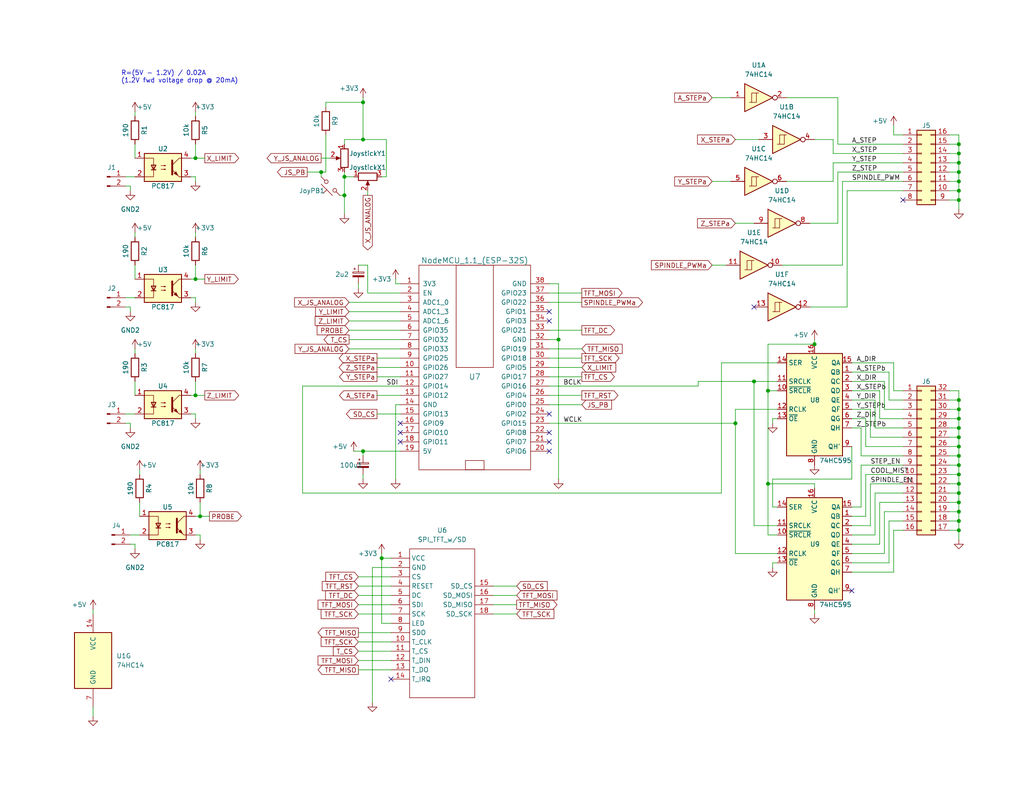
<source format=kicad_sch>
(kicad_sch (version 20211123) (generator eeschema)
  (paper "USLetter")
  (title_block (title "CNC Controller") (date "2023-02-16") (rev "0.1"))
  (lib_symbols
    (symbol "74xx:74HC14" (pin_names (offset 1.016))
      (property "Reference" "U" (at 0 1.27 0))
      (property "Value" "74HC14" (at 0 -1.27 0))
      (symbol "74HC14_1_0"
        (pin input line (at -7.62 0 0) (length 3.81) (name "~") (number "1"))
        (pin output inverted (at 7.62 0 180) (length 3.81) (name "~") (number "2"))
      )
      (symbol "74HC14_2_0"
        (pin input line (at -7.62 0 0) (length 3.81) (name "~") (number "3"))
        (pin output inverted (at 7.62 0 180) (length 3.81) (name "~") (number "4"))
      )
      (symbol "74HC14_3_0"
        (pin input line (at -7.62 0 0) (length 3.81) (name "~") (number "5"))
        (pin output inverted (at 7.62 0 180) (length 3.81) (name "~") (number "6"))
      )
      (symbol "74HC14_4_0"
        (pin output inverted (at 7.62 0 180) (length 3.81) (name "~") (number "8"))
        (pin input line (at -7.62 0 0) (length 3.81) (name "~") (number "9"))
      )
      (symbol "74HC14_5_0"
        (pin output inverted (at 7.62 0 180) (length 3.81) (name "~") (number "10"))
        (pin input line (at -7.62 0 0) (length 3.81) (name "~") (number "11"))
      )
      (symbol "74HC14_6_0"
        (pin output inverted (at 7.62 0 180) (length 3.81) (name "~") (number "12"))
        (pin input line (at -7.62 0 0) (length 3.81) (name "~") (number "13"))
      )
      (symbol "74HC14_7_0"
        (pin power_in line (at 0 12.7 270) (length 5.08) (name "VCC") (number "14"))
        (pin power_in line (at 0 -12.7 90) (length 5.08) (name "GND") (number "7"))
      )
    )
    (symbol "74xx:74HC595"
      (property "Reference" "U" (at -7.62 13.97 0))
      (property "Value" "74HC595" (at -7.62 -16.51 0))
      (symbol "74HC595_1_0"
        (pin tri_state line (at 10.16 7.62 180) (length 2.54) (name "QB") (number "1"))
        (pin input line (at -10.16 2.54 0) (length 2.54) (name "~{SRCLR}") (number "10"))
        (pin input line (at -10.16 5.08 0) (length 2.54) (name "SRCLK") (number "11"))
        (pin input line (at -10.16 -2.54 0) (length 2.54) (name "RCLK") (number "12"))
        (pin input line (at -10.16 -5.08 0) (length 2.54) (name "~{OE}") (number "13"))
        (pin input line (at -10.16 10.16 0) (length 2.54) (name "SER") (number "14"))
        (pin tri_state line (at 10.16 10.16 180) (length 2.54) (name "QA") (number "15"))
        (pin power_in line (at 0 15.24 270) (length 2.54) (name "VCC") (number "16"))
        (pin tri_state line (at 10.16 5.08 180) (length 2.54) (name "QC") (number "2"))
        (pin tri_state line (at 10.16 2.54 180) (length 2.54) (name "QD") (number "3"))
        (pin tri_state line (at 10.16 0 180) (length 2.54) (name "QE") (number "4"))
        (pin tri_state line (at 10.16 -2.54 180) (length 2.54) (name "QF") (number "5"))
        (pin tri_state line (at 10.16 -5.08 180) (length 2.54) (name "QG") (number "6"))
        (pin tri_state line (at 10.16 -7.62 180) (length 2.54) (name "QH") (number "7"))
        (pin power_in line (at 0 -17.78 90) (length 2.54) (name "GND") (number "8"))
        (pin output line (at 10.16 -12.7 180) (length 2.54) (name "QH'") (number "9"))
      )
    )
    (symbol "Connector:Conn_01x02_Male" (pin_names (offset 1.016) hide)
      (property "Reference" "J" (at 0 2.54 0))
      (property "Value" "Conn_01x02_Male" (at 0 -5.08 0))
      (symbol "Conn_01x02_Male_1_1"
        (pin passive line (at 5.08 0 180) (length 3.81) (name "Pin_1") (number "1"))
        (pin passive line (at 5.08 -2.54 180) (length 3.81) (name "Pin_2") (number "2"))
      )
    )
    (symbol "Connector_Generic:Conn_02x08_Counter_Clockwise" (pin_names (offset 1.016) hide)
      (property "Reference" "J" (at 1.27 10.16 0))
      (property "Value" "Conn_02x08_Counter_Clockwise" (at 1.27 -12.7 0))
      (symbol "Conn_02x08_Counter_Clockwise_1_1"
        (pin passive line (at -5.08 7.62 0) (length 3.81) (name "Pin_1") (number "1"))
        (pin passive line (at 7.62 -7.62 180) (length 3.81) (name "Pin_10") (number "10"))
        (pin passive line (at 7.62 -5.08 180) (length 3.81) (name "Pin_11") (number "11"))
        (pin passive line (at 7.62 -2.54 180) (length 3.81) (name "Pin_12") (number "12"))
        (pin passive line (at 7.62 0 180) (length 3.81) (name "Pin_13") (number "13"))
        (pin passive line (at 7.62 2.54 180) (length 3.81) (name "Pin_14") (number "14"))
        (pin passive line (at 7.62 5.08 180) (length 3.81) (name "Pin_15") (number "15"))
        (pin passive line (at 7.62 7.62 180) (length 3.81) (name "Pin_16") (number "16"))
        (pin passive line (at -5.08 5.08 0) (length 3.81) (name "Pin_2") (number "2"))
        (pin passive line (at -5.08 2.54 0) (length 3.81) (name "Pin_3") (number "3"))
        (pin passive line (at -5.08 0 0) (length 3.81) (name "Pin_4") (number "4"))
        (pin passive line (at -5.08 -2.54 0) (length 3.81) (name "Pin_5") (number "5"))
        (pin passive line (at -5.08 -5.08 0) (length 3.81) (name "Pin_6") (number "6"))
        (pin passive line (at -5.08 -7.62 0) (length 3.81) (name "Pin_7") (number "7"))
        (pin passive line (at -5.08 -10.16 0) (length 3.81) (name "Pin_8") (number "8"))
        (pin passive line (at 7.62 -10.16 180) (length 3.81) (name "Pin_9") (number "9"))
      )
    )
    (symbol "Connector_Generic:Conn_02x16_Counter_Clockwise" (pin_names (offset 1.016) hide)
      (property "Reference" "J" (at 1.27 20.32 0))
      (property "Value" "Conn_02x16_Counter_Clockwise" (at 1.27 -22.86 0))
      (symbol "Conn_02x16_Counter_Clockwise_1_1"
        (pin passive line (at -5.08 17.78 0) (length 3.81) (name "Pin_1") (number "1"))
        (pin passive line (at -5.08 -5.08 0) (length 3.81) (name "Pin_10") (number "10"))
        (pin passive line (at -5.08 -7.62 0) (length 3.81) (name "Pin_11") (number "11"))
        (pin passive line (at -5.08 -10.16 0) (length 3.81) (name "Pin_12") (number "12"))
        (pin passive line (at -5.08 -12.7 0) (length 3.81) (name "Pin_13") (number "13"))
        (pin passive line (at -5.08 -15.24 0) (length 3.81) (name "Pin_14") (number "14"))
        (pin passive line (at -5.08 -17.78 0) (length 3.81) (name "Pin_15") (number "15"))
        (pin passive line (at -5.08 -20.32 0) (length 3.81) (name "Pin_16") (number "16"))
        (pin passive line (at 7.62 -20.32 180) (length 3.81) (name "Pin_17") (number "17"))
        (pin passive line (at 7.62 -17.78 180) (length 3.81) (name "Pin_18") (number "18"))
        (pin passive line (at 7.62 -15.24 180) (length 3.81) (name "Pin_19") (number "19"))
        (pin passive line (at -5.08 15.24 0) (length 3.81) (name "Pin_2") (number "2"))
        (pin passive line (at 7.62 -12.7 180) (length 3.81) (name "Pin_20") (number "20"))
        (pin passive line (at 7.62 -10.16 180) (length 3.81) (name "Pin_21") (number "21"))
        (pin passive line (at 7.62 -7.62 180) (length 3.81) (name "Pin_22") (number "22"))
        (pin passive line (at 7.62 -5.08 180) (length 3.81) (name "Pin_23") (number "23"))
        (pin passive line (at 7.62 -2.54 180) (length 3.81) (name "Pin_24") (number "24"))
        (pin passive line (at 7.62 0 180) (length 3.81) (name "Pin_25") (number "25"))
        (pin passive line (at 7.62 2.54 180) (length 3.81) (name "Pin_26") (number "26"))
        (pin passive line (at 7.62 5.08 180) (length 3.81) (name "Pin_27") (number "27"))
        (pin passive line (at 7.62 7.62 180) (length 3.81) (name "Pin_28") (number "28"))
        (pin passive line (at 7.62 10.16 180) (length 3.81) (name "Pin_29") (number "29"))
        (pin passive line (at -5.08 12.7 0) (length 3.81) (name "Pin_3") (number "3"))
        (pin passive line (at 7.62 12.7 180) (length 3.81) (name "Pin_30") (number "30"))
        (pin passive line (at 7.62 15.24 180) (length 3.81) (name "Pin_31") (number "31"))
        (pin passive line (at 7.62 17.78 180) (length 3.81) (name "Pin_32") (number "32"))
        (pin passive line (at -5.08 10.16 0) (length 3.81) (name "Pin_4") (number "4"))
        (pin passive line (at -5.08 7.62 0) (length 3.81) (name "Pin_5") (number "5"))
        (pin passive line (at -5.08 5.08 0) (length 3.81) (name "Pin_6") (number "6"))
        (pin passive line (at -5.08 2.54 0) (length 3.81) (name "Pin_7") (number "7"))
        (pin passive line (at -5.08 0 0) (length 3.81) (name "Pin_8") (number "8"))
        (pin passive line (at -5.08 -2.54 0) (length 3.81) (name "Pin_9") (number "9"))
      )
    )
    (symbol "Device:C_Polarized_Small" (pin_numbers hide) (pin_names (offset 0.254) hide)
      (property "Reference" "C" (at 0.254 1.778 0))
      (property "Value" "C_Polarized_Small" (at 0.254 -2.032 0))
      (symbol "C_Polarized_Small_1_1"
        (pin passive line (at 0 2.54 270) (length 1.8542) (name "~") (number "1"))
        (pin passive line (at 0 -2.54 90) (length 1.8542) (name "~") (number "2"))
      )
    )
    (symbol "Device:R" (pin_numbers hide) (pin_names (offset 0))
      (property "Reference" "R" (at 2.032 0 90))
      (property "Value" "R" (at 0 0 90))
      (symbol "R_1_1"
        (pin passive line (at 0 3.81 270) (length 1.27) (name "~") (number "1"))
        (pin passive line (at 0 -3.81 90) (length 1.27) (name "~") (number "2"))
      )
    )
    (symbol "Device:R_Potentiometer" (pin_names (offset 1.016) hide)
      (property "Reference" "RV" (at -4.445 0 90))
      (property "Value" "R_Potentiometer" (at -2.54 0 90))
      (symbol "R_Potentiometer_1_1"
        (pin passive line (at 0 3.81 270) (length 1.27) (name "1") (number "1"))
        (pin passive line (at 3.81 0 180) (length 1.27) (name "2") (number "2"))
        (pin passive line (at 0 -3.81 90) (length 1.27) (name "3") (number "3"))
      )
    )
    (symbol "Isolator:PC817" (pin_names (offset 1.016))
      (property "Reference" "U" (at -5.08 5.08 0))
      (property "Value" "PC817" (at 0 5.08 0))
      (symbol "PC817_1_1"
        (pin passive line (at -7.62 2.54 0) (length 2.54) (name "~") (number "1"))
        (pin passive line (at -7.62 -2.54 0) (length 2.54) (name "~") (number "2"))
        (pin passive line (at 7.62 -2.54 180) (length 2.54) (name "~") (number "3"))
        (pin passive line (at 7.62 2.54 180) (length 2.54) (name "~") (number "4"))
      )
    )
    (symbol "Pauls_Library:NodeMCU_1.1_(ESP-32S)" (pin_names (offset 1.016))
      (property "Reference" "U" (at 0 21.59 0))
      (property "Value" "NodeMCU_1.1_(ESP-32S)" (at 0 -30.48 0))
      (symbol "NodeMCU_1.1_(ESP-32S)_0_0"
        (pin bidirectional line (at 20.32 0 180) (length 5.08) (name "GPIO19") (number "31"))
        (pin power_in line (at 20.32 2.54 180) (length 5.08) (name "GND") (number "32"))
        (pin bidirectional line (at 20.32 5.08 180) (length 5.08) (name "GPIO21") (number "33"))
        (pin bidirectional line (at 20.32 7.62 180) (length 5.08) (name "GPIO3") (number "34"))
        (pin bidirectional line (at 20.32 10.16 180) (length 5.08) (name "GPIO1") (number "35"))
        (pin bidirectional line (at 20.32 12.7 180) (length 5.08) (name "GPIO22") (number "36"))
        (pin bidirectional line (at 20.32 15.24 180) (length 5.08) (name "GPIO23") (number "37"))
        (pin power_in line (at 20.32 17.78 180) (length 5.08) (name "GND") (number "38"))
      )
      (symbol "NodeMCU_1.1_(ESP-32S)_1_1"
        (pin power_out line (at -20.32 17.78 0) (length 5.08) (name "3V3") (number "1"))
        (pin bidirectional line (at -20.32 -5.08 0) (length 5.08) (name "GPIO26") (number "10"))
        (pin bidirectional line (at -20.32 -7.62 0) (length 5.08) (name "GPIO27") (number "11"))
        (pin bidirectional line (at -20.32 -10.16 0) (length 5.08) (name "GPIO14") (number "12"))
        (pin bidirectional line (at -20.32 -12.7 0) (length 5.08) (name "GPIO12") (number "13"))
        (pin power_in line (at -20.32 -15.24 0) (length 5.08) (name "GND") (number "14"))
        (pin bidirectional line (at -20.32 -17.78 0) (length 5.08) (name "GPIO13") (number "15"))
        (pin bidirectional line (at -20.32 -20.32 0) (length 5.08) (name "GPIO9") (number "16"))
        (pin bidirectional line (at -20.32 -22.86 0) (length 5.08) (name "GPIO10") (number "17"))
        (pin bidirectional line (at -20.32 -25.4 0) (length 5.08) (name "GPIO11") (number "18"))
        (pin power_in line (at -20.32 -27.94 0) (length 5.08) (name "5V") (number "19"))
        (pin input line (at -20.32 15.24 0) (length 5.08) (name "EN") (number "2"))
        (pin bidirectional line (at 20.32 -27.94 180) (length 5.08) (name "GPIO6") (number "20"))
        (pin bidirectional line (at 20.32 -25.4 180) (length 5.08) (name "GPIO7") (number "21"))
        (pin bidirectional line (at 20.32 -22.86 180) (length 5.08) (name "GPIO8") (number "22"))
        (pin bidirectional line (at 20.32 -20.32 180) (length 5.08) (name "GPIO15") (number "23"))
        (pin bidirectional line (at 20.32 -17.78 180) (length 5.08) (name "GPIO2") (number "24"))
        (pin bidirectional line (at 20.32 -15.24 180) (length 5.08) (name "GPIO0") (number "25"))
        (pin bidirectional line (at 20.32 -12.7 180) (length 5.08) (name "GPIO4") (number "26"))
        (pin bidirectional line (at 20.32 -10.16 180) (length 5.08) (name "GPIO16") (number "27"))
        (pin bidirectional line (at 20.32 -7.62 180) (length 5.08) (name "GPIO17") (number "28"))
        (pin bidirectional line (at 20.32 -5.08 180) (length 5.08) (name "GPIO5") (number "29"))
        (pin input line (at -20.32 12.7 0) (length 5.08) (name "ADC1_0") (number "3"))
        (pin bidirectional line (at 20.32 -2.54 180) (length 5.08) (name "GPIO18") (number "30"))
        (pin input line (at -20.32 10.16 0) (length 5.08) (name "ADC1_3") (number "4"))
        (pin input line (at -20.32 7.62 0) (length 5.08) (name "ADC1_6") (number "5"))
        (pin bidirectional line (at -20.32 5.08 0) (length 5.08) (name "GPIO35") (number "6"))
        (pin bidirectional line (at -20.32 2.54 0) (length 5.08) (name "GPIO32") (number "7"))
        (pin bidirectional line (at -20.32 0 0) (length 5.08) (name "GPIO33") (number "8"))
        (pin bidirectional line (at -20.32 -2.54 0) (length 5.08) (name "GPIO25") (number "9"))
      )
    )
    (symbol "Pauls_Library:SPI_TFT_w{slash}SD"
      (property "Reference" "U" (at 0 0 0))
      (property "Value" "SPI_TFT_w{slash}SD" (at 15.24 -35.56 0))
      (symbol "SPI_TFT_w{slash}SD_0_0"
        (pin power_in line (at 0 0 0) (length 5.08) (name "VCC") (number "1"))
        (pin input line (at 0 -22.86 0) (length 5.08) (name "T_CLK") (number "10"))
        (pin input line (at 0 -25.4 0) (length 5.08) (name "T_CS") (number "11"))
        (pin input line (at 0 -27.94 0) (length 5.08) (name "T_DIN") (number "12"))
        (pin output line (at 0 -30.48 0) (length 5.08) (name "T_DO") (number "13"))
        (pin output line (at 0 -33.02 0) (length 5.08) (name "T_IRQ") (number "14"))
        (pin input line (at 27.94 -7.62 180) (length 5.08) (name "SD_CS") (number "15"))
        (pin input line (at 27.94 -10.16 180) (length 5.08) (name "SD_MOSI") (number "16"))
        (pin output line (at 27.94 -12.7 180) (length 5.08) (name "SD_MISO") (number "17"))
        (pin input line (at 27.94 -15.24 180) (length 5.08) (name "SD_SCK") (number "18"))
        (pin power_in line (at 0 -2.54 0) (length 5.08) (name "GND") (number "2"))
        (pin input line (at 0 -5.08 0) (length 5.08) (name "CS") (number "3"))
        (pin input line (at 0 -7.62 0) (length 5.08) (name "RESET") (number "4"))
        (pin input line (at 0 -10.16 0) (length 5.08) (name "DC") (number "5"))
        (pin input line (at 0 -12.7 0) (length 5.08) (name "SDI") (number "6"))
        (pin input line (at 0 -15.24 0) (length 5.08) (name "SCK") (number "7"))
        (pin input line (at 0 -17.78 0) (length 5.08) (name "LED") (number "8"))
        (pin output line (at 0 -20.32 0) (length 5.08) (name "SDO") (number "9"))
      )
    )
    (symbol "Switch:SW_Push_45deg" (pin_numbers hide) (pin_names (offset 1.016) hide)
      (property "Reference" "SW" (at 3.048 1.016 0))
      (property "Value" "SW_Push_45deg" (at 0 -3.81 0))
      (symbol "SW_Push_45deg_0_1"
        (pin passive line (at -2.54 2.54 0) (length 0) (name "1") (number "1"))
        (pin passive line (at 2.54 -2.54 180) (length 0) (name "2") (number "2"))
      )
    )
    (symbol "power:+3V3" (power) (pin_names (offset 0))
      (property "Value" "+3V3" (at 0 3.556 0))
      (symbol "+3V3_1_1"
        (pin power_in line (at 0 0 90) (length 0) hide (name "+3V3") (number "1"))
      )
    )
    (symbol "power:+5V" (power) (pin_names (offset 0))
      (property "Value" "+5V" (at 0 3.556 0))
      (symbol "+5V_1_1"
        (pin power_in line (at 0 0 90) (length 0) hide (name "+5V") (number "1"))
      )
    )
    (symbol "power:GND" (power) (pin_names (offset 0))
      (property "Value" "GND" (at 0 -3.81 0))
      (symbol "GND_1_1"
        (pin power_in line (at 0 0 270) (length 0) hide (name "GND") (number "1"))
      )
    )
    (symbol "power:GND2" (power) (pin_names (offset 0))
      (property "Value" "GND2" (at 0 -3.81 0))
      (symbol "GND2_1_1"
        (pin power_in line (at 0 0 270) (length 0) hide (name "GND2") (number "1"))
      )
    )
  )
  (junction (at 87.63 46.99))
  (junction (at 152.4 92.71))
  (junction (at 209.55 106.68))
  (junction (at 200.66 115.57))
  (junction (at 261.62 144.78))
  (junction (at 93.98 53.34))
  (junction (at 261.62 132.08))
  (junction (at 261.62 116.84))
  (junction (at 53.34 76.2))
  (junction (at 261.62 44.45))
  (junction (at 261.62 49.53))
  (junction (at 53.34 43.18))
  (junction (at 99.06 38.1))
  (junction (at 261.62 139.7))
  (junction (at 222.25 93.98))
  (junction (at 261.62 142.24))
  (junction (at 261.62 129.54))
  (junction (at 261.62 137.16))
  (junction (at 261.62 54.61))
  (junction (at 53.34 107.95))
  (junction (at 261.62 52.07))
  (junction (at 261.62 39.37))
  (junction (at 261.62 121.92))
  (junction (at 261.62 46.99))
  (junction (at 54.61 140.97))
  (junction (at 99.06 123.19))
  (junction (at 99.06 27.94))
  (junction (at 261.62 124.46))
  (junction (at 104.14 152.4))
  (junction (at 261.62 127))
  (junction (at 261.62 134.62))
  (junction (at 261.62 109.22))
  (junction (at 261.62 41.91))
  (junction (at 261.62 111.76))
  (junction (at 205.74 104.14))
  (junction (at 261.62 119.38))
  (junction (at 261.62 114.3))
  (junction (at 209.55 132.08))
  (junction (at 93.98 48.26))
  (no_connect (at 149.86 118.11))
  (no_connect (at 109.22 115.57))
  (no_connect (at 149.86 123.19))
  (no_connect (at 149.86 87.63))
  (no_connect (at 106.68 185.42))
  (no_connect (at 205.74 83.82))
  (no_connect (at 149.86 85.09))
  (no_connect (at 149.86 120.65))
  (no_connect (at 109.22 118.11))
  (no_connect (at 109.22 120.65))
  (no_connect (at 246.38 54.61))
  (no_connect (at 232.41 161.29))
  (no_connect (at 149.86 113.03))
  (wire (pts (xy 149.86 77.47) (xy 152.4 77.47)))
  (wire (pts (xy 238.76 134.62) (xy 246.38 134.62)))
  (wire (pts (xy 53.34 30.48) (xy 53.34 31.75)))
  (wire (pts (xy 241.3 139.7) (xy 246.38 139.7)))
  (wire (pts (xy 104.14 151.13) (xy 104.14 152.4)))
  (wire (pts (xy 243.84 156.21) (xy 243.84 144.78)))
  (wire (pts (xy 196.85 99.06) (xy 212.09 99.06)))
  (wire (pts (xy 232.41 99.06) (xy 243.84 99.06)))
  (wire (pts (xy 205.74 143.51) (xy 205.74 104.14)))
  (wire (pts (xy 92.71 53.34) (xy 93.98 53.34)))
  (wire (pts (xy 228.6 46.99) (xy 246.38 46.99)))
  (wire (pts (xy 240.03 137.16) (xy 246.38 137.16)))
  (wire (pts (xy 228.6 26.67) (xy 228.6 39.37)))
  (wire (pts (xy 261.62 121.92) (xy 261.62 124.46)))
  (wire (pts (xy 104.14 152.4) (xy 106.68 152.4)))
  (wire (pts (xy 88.9 36.83) (xy 88.9 46.99)))
  (wire (pts (xy 36.83 72.39) (xy 36.83 76.2)))
  (wire (pts (xy 53.34 43.18) (xy 55.88 43.18)))
  (wire (pts (xy 53.34 76.2) (xy 55.88 76.2)))
  (wire (pts (xy 236.22 140.97) (xy 236.22 129.54)))
  (wire (pts (xy 97.79 77.47) (xy 97.79 78.74)))
  (wire (pts (xy 259.08 109.22) (xy 261.62 109.22)))
  (wire (pts (xy 104.14 152.4) (xy 104.14 170.18)))
  (wire (pts (xy 53.34 48.26) (xy 53.34 49.53)))
  (wire (pts (xy 53.34 63.5) (xy 53.34 64.77)))
  (wire (pts (xy 190.5 105.41) (xy 190.5 104.14)))
  (wire (pts (xy 261.62 119.38) (xy 261.62 121.92)))
  (wire (pts (xy 241.3 111.76) (xy 246.38 111.76)))
  (wire (pts (xy 212.09 151.13) (xy 200.66 151.13)))
  (wire (pts (xy 240.03 148.59) (xy 240.03 137.16)))
  (wire (pts (xy 34.29 50.8) (xy 35.56 50.8)))
  (wire (pts (xy 243.84 106.68) (xy 246.38 106.68)))
  (wire (pts (xy 229.87 49.53) (xy 246.38 49.53)))
  (wire (pts (xy 104.14 48.26) (xy 105.41 48.26)))
  (wire (pts (xy 54.61 140.97) (xy 57.15 140.97)))
  (wire (pts (xy 93.98 48.26) (xy 93.98 53.34)))
  (wire (pts (xy 234.95 127) (xy 246.38 127)))
  (wire (pts (xy 97.79 177.8) (xy 106.68 177.8)))
  (wire (pts (xy 261.62 54.61) (xy 261.62 57.15)))
  (wire (pts (xy 53.34 107.95) (xy 55.88 107.95)))
  (wire (pts (xy 259.08 49.53) (xy 261.62 49.53)))
  (wire (pts (xy 220.98 60.96) (xy 228.6 60.96)))
  (wire (pts (xy 232.41 121.92) (xy 232.41 130.81)))
  (wire (pts (xy 228.6 60.96) (xy 228.6 46.99)))
  (wire (pts (xy 190.5 104.14) (xy 205.74 104.14)))
  (wire (pts (xy 53.34 146.05) (xy 54.61 146.05)))
  (wire (pts (xy 38.1 128.27) (xy 38.1 129.54)))
  (wire (pts (xy 261.62 41.91) (xy 261.62 44.45)))
  (wire (pts (xy 241.3 151.13) (xy 241.3 139.7)))
  (wire (pts (xy 259.08 114.3) (xy 261.62 114.3)))
  (wire (pts (xy 232.41 111.76) (xy 237.49 111.76)))
  (wire (pts (xy 100.33 80.01) (xy 109.22 80.01)))
  (wire (pts (xy 93.98 39.37) (xy 93.98 38.1)))
  (wire (pts (xy 99.06 123.19) (xy 99.06 124.46)))
  (wire (pts (xy 227.33 41.91) (xy 246.38 41.91)))
  (wire (pts (xy 259.08 144.78) (xy 261.62 144.78)))
  (wire (pts (xy 243.84 36.83) (xy 246.38 36.83)))
  (wire (pts (xy 53.34 76.2) (xy 53.34 72.39)))
  (wire (pts (xy 25.4 193.04) (xy 25.4 195.58)))
  (wire (pts (xy 232.41 146.05) (xy 238.76 146.05)))
  (wire (pts (xy 34.29 113.03) (xy 36.83 113.03)))
  (wire (pts (xy 231.14 83.82) (xy 231.14 52.07)))
  (wire (pts (xy 237.49 111.76) (xy 237.49 119.38)))
  (wire (pts (xy 209.55 132.08) (xy 209.55 106.68)))
  (wire (pts (xy 237.49 119.38) (xy 246.38 119.38)))
  (wire (pts (xy 95.25 82.55) (xy 109.22 82.55)))
  (wire (pts (xy 212.09 114.3) (xy 210.82 114.3)))
  (wire (pts (xy 236.22 129.54) (xy 246.38 129.54)))
  (wire (pts (xy 200.66 151.13) (xy 200.66 115.57)))
  (wire (pts (xy 200.66 111.76) (xy 212.09 111.76)))
  (wire (pts (xy 95.25 87.63) (xy 109.22 87.63)))
  (wire (pts (xy 259.08 36.83) (xy 261.62 36.83)))
  (wire (pts (xy 99.06 26.67) (xy 99.06 27.94)))
  (wire (pts (xy 200.66 60.96) (xy 205.74 60.96)))
  (wire (pts (xy 209.55 93.98) (xy 222.25 93.98)))
  (wire (pts (xy 36.83 30.48) (xy 36.83 31.75)))
  (wire (pts (xy 232.41 148.59) (xy 240.03 148.59)))
  (wire (pts (xy 259.08 44.45) (xy 261.62 44.45)))
  (wire (pts (xy 95.25 95.25) (xy 109.22 95.25)))
  (wire (pts (xy 54.61 128.27) (xy 54.61 129.54)))
  (wire (pts (xy 259.08 129.54) (xy 261.62 129.54)))
  (wire (pts (xy 232.41 140.97) (xy 236.22 140.97)))
  (wire (pts (xy 87.63 46.99) (xy 88.9 46.99)))
  (wire (pts (xy 200.66 38.1) (xy 207.01 38.1)))
  (wire (pts (xy 35.56 148.59) (xy 36.83 148.59)))
  (wire (pts (xy 134.62 167.64) (xy 140.97 167.64)))
  (wire (pts (xy 232.41 106.68) (xy 240.03 106.68)))
  (wire (pts (xy 149.86 95.25) (xy 158.75 95.25)))
  (wire (pts (xy 227.33 38.1) (xy 227.33 41.91)))
  (wire (pts (xy 232.41 116.84) (xy 234.95 116.84)))
  (wire (pts (xy 149.86 105.41) (xy 190.5 105.41)))
  (wire (pts (xy 88.9 27.94) (xy 99.06 27.94)))
  (wire (pts (xy 261.62 144.78) (xy 261.62 147.32)))
  (wire (pts (xy 232.41 153.67) (xy 242.57 153.67)))
  (wire (pts (xy 35.56 83.82) (xy 35.56 85.09)))
  (wire (pts (xy 238.76 116.84) (xy 246.38 116.84)))
  (wire (pts (xy 261.62 36.83) (xy 261.62 39.37)))
  (wire (pts (xy 109.22 110.49) (xy 107.95 110.49)))
  (wire (pts (xy 194.31 26.67) (xy 199.39 26.67)))
  (wire (pts (xy 93.98 38.1) (xy 99.06 38.1)))
  (wire (pts (xy 149.86 90.17) (xy 158.75 90.17)))
  (wire (pts (xy 101.6 154.94) (xy 101.6 191.77)))
  (wire (pts (xy 236.22 114.3) (xy 236.22 121.92)))
  (wire (pts (xy 261.62 114.3) (xy 261.62 116.84)))
  (wire (pts (xy 149.86 102.87) (xy 158.75 102.87)))
  (wire (pts (xy 53.34 81.28) (xy 53.34 82.55)))
  (wire (pts (xy 100.33 72.39) (xy 100.33 80.01)))
  (wire (pts (xy 240.03 114.3) (xy 246.38 114.3)))
  (wire (pts (xy 232.41 151.13) (xy 241.3 151.13)))
  (wire (pts (xy 232.41 143.51) (xy 237.49 143.51)))
  (wire (pts (xy 102.87 97.79) (xy 109.22 97.79)))
  (wire (pts (xy 222.25 166.37) (xy 222.25 167.64)))
  (wire (pts (xy 261.62 127) (xy 261.62 129.54)))
  (wire (pts (xy 259.08 121.92) (xy 261.62 121.92)))
  (wire (pts (xy 212.09 143.51) (xy 205.74 143.51)))
  (wire (pts (xy 53.34 43.18) (xy 53.34 39.37)))
  (wire (pts (xy 212.09 153.67) (xy 210.82 153.67)))
  (wire (pts (xy 36.83 148.59) (xy 36.83 149.86)))
  (wire (pts (xy 97.79 182.88) (xy 106.68 182.88)))
  (wire (pts (xy 259.08 127) (xy 261.62 127)))
  (wire (pts (xy 234.95 116.84) (xy 234.95 124.46)))
  (wire (pts (xy 209.55 146.05) (xy 209.55 132.08)))
  (wire (pts (xy 261.62 132.08) (xy 261.62 134.62)))
  (wire (pts (xy 82.55 105.41) (xy 82.55 134.62)))
  (wire (pts (xy 194.31 72.39) (xy 198.12 72.39)))
  (wire (pts (xy 261.62 139.7) (xy 261.62 142.24)))
  (wire (pts (xy 52.07 81.28) (xy 53.34 81.28)))
  (wire (pts (xy 238.76 146.05) (xy 238.76 134.62)))
  (wire (pts (xy 36.83 104.14) (xy 36.83 107.95)))
  (wire (pts (xy 261.62 124.46) (xy 261.62 127)))
  (wire (pts (xy 149.86 80.01) (xy 158.75 80.01)))
  (wire (pts (xy 237.49 143.51) (xy 237.49 132.08)))
  (wire (pts (xy 261.62 137.16) (xy 261.62 139.7)))
  (wire (pts (xy 95.25 92.71) (xy 109.22 92.71)))
  (wire (pts (xy 259.08 54.61) (xy 261.62 54.61)))
  (wire (pts (xy 35.56 50.8) (xy 35.56 52.07)))
  (wire (pts (xy 222.25 132.08) (xy 209.55 132.08)))
  (wire (pts (xy 259.08 142.24) (xy 261.62 142.24)))
  (wire (pts (xy 107.95 76.2) (xy 107.95 77.47)))
  (wire (pts (xy 242.57 153.67) (xy 242.57 142.24)))
  (wire (pts (xy 243.84 144.78) (xy 246.38 144.78)))
  (wire (pts (xy 210.82 114.3) (xy 210.82 115.57)))
  (wire (pts (xy 87.63 43.18) (xy 90.17 43.18)))
  (wire (pts (xy 152.4 92.71) (xy 152.4 130.81)))
  (wire (pts (xy 261.62 52.07) (xy 261.62 54.61)))
  (wire (pts (xy 38.1 137.16) (xy 38.1 140.97)))
  (wire (pts (xy 149.86 115.57) (xy 200.66 115.57)))
  (wire (pts (xy 222.25 38.1) (xy 227.33 38.1)))
  (wire (pts (xy 234.95 124.46) (xy 246.38 124.46)))
  (wire (pts (xy 214.63 49.53) (xy 227.33 49.53)))
  (wire (pts (xy 82.55 134.62) (xy 196.85 134.62)))
  (wire (pts (xy 36.83 63.5) (xy 36.83 64.77)))
  (wire (pts (xy 232.41 114.3) (xy 236.22 114.3)))
  (wire (pts (xy 149.86 110.49) (xy 158.75 110.49)))
  (wire (pts (xy 213.36 72.39) (xy 229.87 72.39)))
  (wire (pts (xy 242.57 109.22) (xy 246.38 109.22)))
  (wire (pts (xy 214.63 26.67) (xy 228.6 26.67)))
  (wire (pts (xy 102.87 113.03) (xy 109.22 113.03)))
  (wire (pts (xy 97.79 162.56) (xy 106.68 162.56)))
  (wire (pts (xy 259.08 137.16) (xy 261.62 137.16)))
  (wire (pts (xy 36.83 39.37) (xy 36.83 43.18)))
  (wire (pts (xy 149.86 97.79) (xy 158.75 97.79)))
  (wire (pts (xy 229.87 72.39) (xy 229.87 49.53)))
  (wire (pts (xy 105.41 48.26) (xy 105.41 38.1)))
  (wire (pts (xy 259.08 124.46) (xy 261.62 124.46)))
  (wire (pts (xy 231.14 52.07) (xy 246.38 52.07)))
  (wire (pts (xy 54.61 146.05) (xy 54.61 147.32)))
  (wire (pts (xy 100.33 52.07) (xy 100.33 53.34)))
  (wire (pts (xy 209.55 106.68) (xy 212.09 106.68)))
  (wire (pts (xy 210.82 138.43) (xy 212.09 138.43)))
  (wire (pts (xy 34.29 48.26) (xy 36.83 48.26)))
  (wire (pts (xy 107.95 110.49) (xy 107.95 130.81)))
  (wire (pts (xy 54.61 140.97) (xy 54.61 137.16)))
  (wire (pts (xy 106.68 154.94) (xy 101.6 154.94)))
  (wire (pts (xy 152.4 77.47) (xy 152.4 92.71)))
  (wire (pts (xy 232.41 130.81) (xy 210.82 130.81)))
  (wire (pts (xy 259.08 41.91) (xy 261.62 41.91)))
  (wire (pts (xy 261.62 46.99) (xy 261.62 49.53)))
  (wire (pts (xy 228.6 39.37) (xy 246.38 39.37)))
  (wire (pts (xy 134.62 160.02) (xy 140.97 160.02)))
  (wire (pts (xy 97.79 157.48) (xy 106.68 157.48)))
  (wire (pts (xy 261.62 109.22) (xy 261.62 111.76)))
  (wire (pts (xy 222.25 133.35) (xy 222.25 132.08)))
  (wire (pts (xy 34.29 83.82) (xy 35.56 83.82)))
  (wire (pts (xy 242.57 101.6) (xy 242.57 109.22)))
  (wire (pts (xy 99.06 27.94) (xy 99.06 38.1)))
  (wire (pts (xy 259.08 46.99) (xy 261.62 46.99)))
  (wire (pts (xy 97.79 175.26) (xy 106.68 175.26)))
  (wire (pts (xy 261.62 129.54) (xy 261.62 132.08)))
  (wire (pts (xy 88.9 29.21) (xy 88.9 27.94)))
  (wire (pts (xy 106.68 170.18) (xy 104.14 170.18)))
  (wire (pts (xy 52.07 76.2) (xy 53.34 76.2)))
  (wire (pts (xy 227.33 44.45) (xy 246.38 44.45)))
  (wire (pts (xy 149.86 100.33) (xy 158.75 100.33)))
  (wire (pts (xy 34.29 81.28) (xy 36.83 81.28)))
  (wire (pts (xy 105.41 38.1) (xy 99.06 38.1)))
  (wire (pts (xy 52.07 107.95) (xy 53.34 107.95)))
  (wire (pts (xy 259.08 132.08) (xy 261.62 132.08)))
  (wire (pts (xy 149.86 107.95) (xy 158.75 107.95)))
  (wire (pts (xy 102.87 107.95) (xy 109.22 107.95)))
  (wire (pts (xy 97.79 167.64) (xy 106.68 167.64)))
  (wire (pts (xy 52.07 113.03) (xy 53.34 113.03)))
  (wire (pts (xy 259.08 52.07) (xy 261.62 52.07)))
  (wire (pts (xy 99.06 129.54) (xy 99.06 130.81)))
  (wire (pts (xy 102.87 100.33) (xy 109.22 100.33)))
  (wire (pts (xy 227.33 49.53) (xy 227.33 44.45)))
  (wire (pts (xy 234.95 138.43) (xy 234.95 127)))
  (wire (pts (xy 93.98 46.99) (xy 93.98 48.26)))
  (wire (pts (xy 237.49 132.08) (xy 246.38 132.08)))
  (wire (pts (xy 261.62 111.76) (xy 261.62 114.3)))
  (wire (pts (xy 83.82 46.99) (xy 87.63 46.99)))
  (wire (pts (xy 259.08 119.38) (xy 261.62 119.38)))
  (wire (pts (xy 97.79 72.39) (xy 100.33 72.39)))
  (wire (pts (xy 36.83 95.25) (xy 36.83 96.52)))
  (wire (pts (xy 107.95 77.47) (xy 109.22 77.47)))
  (wire (pts (xy 243.84 99.06) (xy 243.84 106.68)))
  (wire (pts (xy 52.07 43.18) (xy 53.34 43.18)))
  (wire (pts (xy 97.79 160.02) (xy 106.68 160.02)))
  (wire (pts (xy 196.85 99.06) (xy 196.85 134.62)))
  (wire (pts (xy 232.41 138.43) (xy 234.95 138.43)))
  (wire (pts (xy 242.57 142.24) (xy 246.38 142.24)))
  (wire (pts (xy 149.86 92.71) (xy 152.4 92.71)))
  (wire (pts (xy 97.79 165.1) (xy 106.68 165.1)))
  (wire (pts (xy 259.08 111.76) (xy 261.62 111.76)))
  (wire (pts (xy 25.4 166.37) (xy 25.4 167.64)))
  (wire (pts (xy 205.74 104.14) (xy 212.09 104.14)))
  (wire (pts (xy 232.41 156.21) (xy 243.84 156.21)))
  (wire (pts (xy 259.08 139.7) (xy 261.62 139.7)))
  (wire (pts (xy 210.82 130.81) (xy 210.82 138.43)))
  (wire (pts (xy 134.62 162.56) (xy 140.97 162.56)))
  (wire (pts (xy 243.84 34.29) (xy 243.84 36.83)))
  (wire (pts (xy 212.09 146.05) (xy 209.55 146.05)))
  (wire (pts (xy 194.31 49.53) (xy 199.39 49.53)))
  (wire (pts (xy 210.82 153.67) (xy 210.82 154.94)))
  (wire (pts (xy 34.29 115.57) (xy 35.56 115.57)))
  (wire (pts (xy 240.03 106.68) (xy 240.03 114.3)))
  (wire (pts (xy 259.08 116.84) (xy 261.62 116.84)))
  (wire (pts (xy 109.22 105.41) (xy 82.55 105.41)))
  (wire (pts (xy 236.22 121.92) (xy 246.38 121.92)))
  (wire (pts (xy 35.56 146.05) (xy 38.1 146.05)))
  (wire (pts (xy 232.41 104.14) (xy 241.3 104.14)))
  (wire (pts (xy 102.87 102.87) (xy 109.22 102.87)))
  (wire (pts (xy 200.66 115.57) (xy 200.66 111.76)))
  (wire (pts (xy 261.62 116.84) (xy 261.62 119.38)))
  (wire (pts (xy 97.79 180.34) (xy 106.68 180.34)))
  (wire (pts (xy 35.56 115.57) (xy 35.56 116.84)))
  (wire (pts (xy 96.52 123.19) (xy 99.06 123.19)))
  (wire (pts (xy 222.25 92.71) (xy 222.25 93.98)))
  (wire (pts (xy 261.62 44.45) (xy 261.62 46.99)))
  (wire (pts (xy 97.79 172.72) (xy 106.68 172.72)))
  (wire (pts (xy 238.76 109.22) (xy 238.76 116.84)))
  (wire (pts (xy 259.08 106.68) (xy 261.62 106.68)))
  (wire (pts (xy 261.62 39.37) (xy 261.62 41.91)))
  (wire (pts (xy 261.62 134.62) (xy 261.62 137.16)))
  (wire (pts (xy 232.41 109.22) (xy 238.76 109.22)))
  (wire (pts (xy 53.34 107.95) (xy 53.34 104.14)))
  (wire (pts (xy 261.62 49.53) (xy 261.62 52.07)))
  (wire (pts (xy 53.34 95.25) (xy 53.34 96.52)))
  (wire (pts (xy 95.25 85.09) (xy 109.22 85.09)))
  (wire (pts (xy 232.41 101.6) (xy 242.57 101.6)))
  (wire (pts (xy 99.06 123.19) (xy 109.22 123.19)))
  (wire (pts (xy 149.86 82.55) (xy 158.75 82.55)))
  (wire (pts (xy 87.63 46.99) (xy 87.63 48.26)))
  (wire (pts (xy 53.34 113.03) (xy 53.34 114.3)))
  (wire (pts (xy 52.07 48.26) (xy 53.34 48.26)))
  (wire (pts (xy 261.62 142.24) (xy 261.62 144.78)))
  (wire (pts (xy 241.3 104.14) (xy 241.3 111.76)))
  (wire (pts (xy 93.98 53.34) (xy 93.98 58.42)))
  (wire (pts (xy 93.98 48.26) (xy 96.52 48.26)))
  (wire (pts (xy 220.98 83.82) (xy 231.14 83.82)))
  (wire (pts (xy 259.08 39.37) (xy 261.62 39.37)))
  (wire (pts (xy 259.08 134.62) (xy 261.62 134.62)))
  (wire (pts (xy 53.34 140.97) (xy 54.61 140.97)))
  (wire (pts (xy 134.62 165.1) (xy 140.97 165.1)))
  (wire (pts (xy 209.55 106.68) (xy 209.55 93.98)))
  (wire (pts (xy 95.25 90.17) (xy 109.22 90.17)))
  (wire (pts (xy 261.62 106.68) (xy 261.62 109.22)))
  (text "R=(5V - 1.2V) / 0.02A \n(1.2V fwd voltage drop @ 20mA)" (at 33.02 22.86 0) (effects (font (size 1.27 1.27)) (justify left bottom)))
  (label "Y_DIR" (at 233.68 109.22 0))
  (label "Y_STEPb" (at 233.68 111.76 0))
  (label "STEP_EN" (at 237.49 127 0))
  (label "X_STEPb" (at 233.68 106.68 0))
  (label "A_STEPb" (at 233.68 101.6 0))
  (label "Z_DIR" (at 233.68 114.3 0))
  (label "A_DIR" (at 233.68 99.06 0))
  (label "SPINDLE_PWM" (at 232.41 49.53 0))
  (label "COOL_MIST" (at 237.49 129.54 0))
  (label "SPINDLE_EN" (at 237.49 132.08 0))
  (label "Z_STEP" (at 232.41 46.99 0))
  (label "Y_STEP" (at 232.41 44.45 0))
  (label "SDI" (at 105.41 105.41 0))
  (label "WCLK" (at 153.67 115.57 0))
  (label "X_STEP" (at 232.41 41.91 0))
  (label "X_DIR" (at 233.68 104.14 0))
  (label "A_STEP" (at 232.41 39.37 0))
  (label "Z_STEPb" (at 233.68 116.84 0))
  (label "BCLK" (at 153.67 105.41 0))
  (global_label "TFT_SCK" (shape input) (at 140.97 167.64 0) (property "Intersheet References" "${INTERSHEET_REFS}" (effects hide)))
  (global_label "JS_PB" (shape input) (at 158.75 110.49 0) (property "Intersheet References" "${INTERSHEET_REFS}" (effects hide)))
  (global_label "TFT_MISO" (shape output) (at 97.79 182.88 180) (property "Intersheet References" "${INTERSHEET_REFS}" (effects hide)))
  (global_label "A_STEPa" (shape output) (at 102.87 107.95 180) (property "Intersheet References" "${INTERSHEET_REFS}" (effects hide)))
  (global_label "PROBE" (shape output) (at 57.15 140.97 0) (property "Intersheet References" "${INTERSHEET_REFS}" (effects hide)))
  (global_label "Y_LIMIT" (shape output) (at 55.88 76.2 0) (property "Intersheet References" "${INTERSHEET_REFS}" (effects hide)))
  (global_label "Z_LIMIT" (shape input) (at 95.25 87.63 180) (property "Intersheet References" "${INTERSHEET_REFS}" (effects hide)))
  (global_label "Y_LIMIT" (shape input) (at 95.25 85.09 180) (property "Intersheet References" "${INTERSHEET_REFS}" (effects hide)))
  (global_label "X_LIMIT" (shape output) (at 55.88 43.18 0) (property "Intersheet References" "${INTERSHEET_REFS}" (effects hide)))
  (global_label "Y_JS_ANALOG" (shape output) (at 87.63 43.18 180) (property "Intersheet References" "${INTERSHEET_REFS}" (effects hide)))
  (global_label "SPINDLE_PWMa" (shape output) (at 158.75 82.55 0) (property "Intersheet References" "${INTERSHEET_REFS}" (effects hide)))
  (global_label "PROBE" (shape input) (at 95.25 90.17 180) (property "Intersheet References" "${INTERSHEET_REFS}" (effects hide)))
  (global_label "X_STEPa" (shape input) (at 200.66 38.1 180) (property "Intersheet References" "${INTERSHEET_REFS}" (effects hide)))
  (global_label "X_JS_ANALOG" (shape input) (at 95.25 82.55 180) (property "Intersheet References" "${INTERSHEET_REFS}" (effects hide)))
  (global_label "TFT_CS" (shape output) (at 158.75 102.87 0) (property "Intersheet References" "${INTERSHEET_REFS}" (effects hide)))
  (global_label "SD_CS" (shape output) (at 102.87 113.03 180) (property "Intersheet References" "${INTERSHEET_REFS}" (effects hide)))
  (global_label "TFT_SCK" (shape input) (at 97.79 167.64 180) (property "Intersheet References" "${INTERSHEET_REFS}" (effects hide)))
  (global_label "Z_LIMIT" (shape output) (at 55.88 107.95 0) (property "Intersheet References" "${INTERSHEET_REFS}" (effects hide)))
  (global_label "TFT_MISO" (shape input) (at 158.75 95.25 0) (property "Intersheet References" "${INTERSHEET_REFS}" (effects hide)))
  (global_label "TFT_DC" (shape output) (at 158.75 90.17 0) (property "Intersheet References" "${INTERSHEET_REFS}" (effects hide)))
  (global_label "SD_CS" (shape input) (at 140.97 160.02 0) (property "Intersheet References" "${INTERSHEET_REFS}" (effects hide)))
  (global_label "TFT_SCK" (shape input) (at 97.79 175.26 180) (property "Intersheet References" "${INTERSHEET_REFS}" (effects hide)))
  (global_label "TFT_MOSI" (shape input) (at 140.97 162.56 0) (property "Intersheet References" "${INTERSHEET_REFS}" (effects hide)))
  (global_label "JS_PB" (shape output) (at 83.82 46.99 180) (property "Intersheet References" "${INTERSHEET_REFS}" (effects hide)))
  (global_label "TFT_CS" (shape input) (at 97.79 157.48 180) (property "Intersheet References" "${INTERSHEET_REFS}" (effects hide)))
  (global_label "Z_STEPa" (shape input) (at 200.66 60.96 180) (property "Intersheet References" "${INTERSHEET_REFS}" (effects hide)))
  (global_label "Z_STEPa" (shape output) (at 102.87 100.33 180) (property "Intersheet References" "${INTERSHEET_REFS}" (effects hide)))
  (global_label "T_CS" (shape output) (at 95.25 92.71 180) (property "Intersheet References" "${INTERSHEET_REFS}" (effects hide)))
  (global_label "Y_JS_ANALOG" (shape input) (at 95.25 95.25 180) (property "Intersheet References" "${INTERSHEET_REFS}" (effects hide)))
  (global_label "TFT_RST" (shape output) (at 158.75 107.95 0) (property "Intersheet References" "${INTERSHEET_REFS}" (effects hide)))
  (global_label "SPINDLE_PWMa" (shape input) (at 194.31 72.39 180) (property "Intersheet References" "${INTERSHEET_REFS}" (effects hide)))
  (global_label "A_STEPa" (shape input) (at 194.31 26.67 180) (property "Intersheet References" "${INTERSHEET_REFS}" (effects hide)))
  (global_label "TFT_MOSI" (shape input) (at 97.79 180.34 180) (property "Intersheet References" "${INTERSHEET_REFS}" (effects hide)))
  (global_label "X_STEPa" (shape output) (at 102.87 97.79 180) (property "Intersheet References" "${INTERSHEET_REFS}" (effects hide)))
  (global_label "TFT_MISO" (shape output) (at 140.97 165.1 0) (property "Intersheet References" "${INTERSHEET_REFS}" (effects hide)))
  (global_label "Y_STEPa" (shape output) (at 102.87 102.87 180) (property "Intersheet References" "${INTERSHEET_REFS}" (effects hide)))
  (global_label "TFT_MOSI" (shape input) (at 97.79 165.1 180) (property "Intersheet References" "${INTERSHEET_REFS}" (effects hide)))
  (global_label "TFT_DC" (shape input) (at 97.79 162.56 180) (property "Intersheet References" "${INTERSHEET_REFS}" (effects hide)))
  (global_label "TFT_SCK" (shape output) (at 158.75 97.79 0) (property "Intersheet References" "${INTERSHEET_REFS}" (effects hide)))
  (global_label "X_JS_ANALOG" (shape output) (at 100.33 53.34 270) (property "Intersheet References" "${INTERSHEET_REFS}" (effects hide)))
  (global_label "X_LIMIT" (shape input) (at 158.75 100.33 0) (property "Intersheet References" "${INTERSHEET_REFS}" (effects hide)))
  (global_label "T_CS" (shape input) (at 97.79 177.8 180) (property "Intersheet References" "${INTERSHEET_REFS}" (effects hide)))
  (global_label "Y_STEPa" (shape input) (at 194.31 49.53 180) (property "Intersheet References" "${INTERSHEET_REFS}" (effects hide)))
  (global_label "TFT_MOSI" (shape output) (at 158.75 80.01 0) (property "Intersheet References" "${INTERSHEET_REFS}" (effects hide)))
  (global_label "TFT_RST" (shape input) (at 97.79 160.02 180) (property "Intersheet References" "${INTERSHEET_REFS}" (effects hide)))
  (global_label "TFT_MISO" (shape output) (at 97.79 172.72 180) (property "Intersheet References" "${INTERSHEET_REFS}" (effects hide)))
  (symbol (lib_id "power:+5V") (at 36.83 63.5 0) (unit 1)
    (property "Reference" "#PWR07" (effects hide))
    (property "Value" "+5V" (at 39.37 62.23 0))
  )
  (symbol (lib_id "power:+5V") (at 25.4 166.37 0) (unit 1)
    (property "Reference" "#PWR01" (effects hide))
    (property "Value" "+5V" (at 21.59 165.1 0))
  )
  (symbol (lib_id "Device:R") (at 88.9 33.02 180) (unit 1)
    (property "Reference" "R9" (at 91.44 33.02 90))
    (property "Value" "10k" (at 86.36 33.02 90))
  )
  (symbol (lib_id "power:+3V3") (at 104.14 151.13 0) (unit 1)
    (property "Reference" "#PWR023" (effects hide))
    (property "Value" "+3V3" (at 100.33 151.13 0))
  )
  (symbol (lib_id "power:GND") (at 152.4 130.81 0) (unit 1)
    (property "Reference" "#PWR026" (effects hide))
    (property "Value" "GND" (effects hide))
  )
  (symbol (lib_id "Device:R") (at 54.61 133.35 180) (unit 1)
    (property "Reference" "R8" (at 57.15 133.35 90))
    (property "Value" "10k" (at 52.07 133.35 90))
  )
  (symbol (lib_id "Connector:Conn_01x02_Male") (at 29.21 113.03 0) (unit 1)
    (property "Reference" "J3" (at 30.48 110.49 0))
    (property "Value" "Conn_01x02_Male" (effects hide))
  )
  (symbol (lib_id "power:+3V3") (at 53.34 95.25 0) (unit 1)
    (property "Reference" "#PWR015" (effects hide))
    (property "Value" "+3V3" (at 55.88 93.98 0))
  )
  (symbol (lib_id "Pauls_Library:NodeMCU_1.1_(ESP-32S)") (at 129.54 95.25 0) (unit 1)
    (property "Reference" "U7" (at 129.54 102.87 0) (effects (font (size 1.524 1.524))))
    (property "Value" "NodeMCU_1.1_(ESP-32S)" (at 129.54 71.12 0) (effects (font (size 1.524 1.524))))
  )
  (symbol (lib_id "Device:R") (at 36.83 68.58 180) (unit 1)
    (property "Reference" "R2" (at 39.37 68.58 90))
    (property "Value" "190" (at 34.29 68.58 90))
  )
  (symbol (lib_id "Device:R") (at 38.1 133.35 180) (unit 1)
    (property "Reference" "R4" (at 40.64 133.35 90))
    (property "Value" "190" (at 35.56 133.35 90))
  )
  (symbol (lib_id "Pauls_Library:SPI_TFT_w{slash}SD") (at 106.68 152.4 0) (unit 1)
    (property "Reference" "U6" (at 120.65 144.78 0))
    (property "Value" "SPI_TFT_w/SD" (at 120.65 147.32 0))
  )
  (symbol (lib_id "power:GND") (at 210.82 115.57 0) (unit 1)
    (property "Reference" "#PWR027" (effects hide))
    (property "Value" "GND" (effects hide))
  )
  (symbol (lib_id "power:GND") (at 93.98 58.42 0) (unit 1)
    (property "Reference" "#PWR035" (effects hide))
    (property "Value" "GND" (effects hide))
  )
  (symbol (lib_id "power:GND2") (at 35.56 52.07 0) (unit 1)
    (property "Reference" "#PWR03" (effects hide))
    (property "Value" "GND2" (at 35.56 57.15 0))
  )
  (symbol (lib_id "Connector_Generic:Conn_02x08_Counter_Clockwise") (at 251.46 44.45 0) (unit 1)
    (property "Reference" "J5" (at 252.73 34.29 0))
    (property "Value" "Conn_02x08_Counter_Clockwise" (effects hide))
  )
  (symbol (lib_id "power:GND") (at 53.34 49.53 0) (unit 1)
    (property "Reference" "#PWR012" (effects hide))
    (property "Value" "GND" (effects hide))
  )
  (symbol (lib_id "power:+3V3") (at 54.61 128.27 0) (unit 1)
    (property "Reference" "#PWR017" (effects hide))
    (property "Value" "+3V3" (at 57.15 127 0))
  )
  (symbol (lib_id "power:+3V3") (at 53.34 63.5 0) (unit 1)
    (property "Reference" "#PWR013" (effects hide))
    (property "Value" "+3V3" (at 55.88 62.23 0))
  )
  (symbol (lib_id "74xx:74HC14") (at 25.4 180.34 0) (unit 7)
    (property "Reference" "U1" (at 31.75 179.0699 0) (effects (justify left)))
    (property "Value" "74HC14" (at 31.75 181.6099 0) (effects (justify left)))
    (property "Datasheet" "http://www.ti.com/lit/gpn/sn74HC14" (effects hide))
  )
  (symbol (lib_id "Device:R") (at 53.34 100.33 180) (unit 1)
    (property "Reference" "R7" (at 55.88 100.33 90))
    (property "Value" "10k" (at 50.8 100.33 90))
  )
  (symbol (lib_id "74xx:74HC14") (at 213.36 83.82 0) (unit 6)
    (property "Reference" "U1" (at 213.36 74.93 0))
    (property "Value" "74HC14" (at 213.36 77.47 0))
    (property "Datasheet" "http://www.ti.com/lit/gpn/sn74HC14" (effects hide))
  )
  (symbol (lib_id "power:+3V3") (at 53.34 30.48 0) (unit 1)
    (property "Reference" "#PWR011" (effects hide))
    (property "Value" "+3V3" (at 55.88 29.21 0))
  )
  (symbol (lib_id "74xx:74HC14") (at 214.63 38.1 0) (unit 2)
    (property "Reference" "U1" (at 214.63 29.21 0))
    (property "Value" "74HC14" (at 214.63 31.75 0))
    (property "Datasheet" "http://www.ti.com/lit/gpn/sn74HC14" (effects hide))
  )
  (symbol (lib_id "power:GND2") (at 35.56 85.09 0) (unit 1)
    (property "Reference" "#PWR04" (effects hide))
    (property "Value" "GND2" (at 35.56 90.17 0))
  )
  (symbol (lib_id "74xx:74HC595") (at 222.25 109.22 0) (unit 1)
    (property "Reference" "U8" (at 220.98 109.22 0) (effects (justify left)))
    (property "Value" "74HC595" (at 223.52 125.73 0) (effects (justify left)))
    (property "Datasheet" "http://www.ti.com/lit/ds/symlink/sn74hc595.pdf" (effects hide))
  )
  (symbol (lib_id "74xx:74HC14") (at 207.01 26.67 0) (unit 1)
    (property "Reference" "U1" (at 207.01 17.78 0))
    (property "Value" "74HC14" (at 207.01 20.32 0))
    (property "Datasheet" "http://www.ti.com/lit/gpn/sn74HC14" (effects hide))
  )
  (symbol (lib_id "power:GND") (at 53.34 114.3 0) (unit 1)
    (property "Reference" "#PWR016" (effects hide))
    (property "Value" "GND" (effects hide))
  )
  (symbol (lib_id "power:+5V") (at 222.25 92.71 0) (unit 1)
    (property "Reference" "#PWR029" (effects hide))
    (property "Value" "+5V" (at 218.44 91.44 0))
  )
  (symbol (lib_id "Isolator:PC817") (at 45.72 143.51 0) (unit 1)
    (property "Reference" "U5" (at 45.72 138.43 0))
    (property "Value" "PC817" (at 45.72 148.59 0))
    (property "Footprint" "Package_DIP:DIP-4_W7.62mm" (effects hide))
    (property "Datasheet" "http://www.soselectronic.cz/a_info/resource/d/pc817.pdf" (effects hide))
  )
  (symbol (lib_id "power:GND") (at 53.34 82.55 0) (unit 1)
    (property "Reference" "#PWR014" (effects hide))
    (property "Value" "GND" (effects hide))
  )
  (symbol (lib_id "74xx:74HC14") (at 207.01 49.53 0) (unit 3)
    (property "Reference" "U1" (at 207.01 40.64 0))
    (property "Value" "74HC14" (at 207.01 43.18 0))
    (property "Datasheet" "http://www.ti.com/lit/gpn/sn74HC14" (effects hide))
  )
  (symbol (lib_id "power:GND") (at 261.62 57.15 0) (unit 1)
    (property "Reference" "#PWR033" (effects hide))
    (property "Value" "GND" (effects hide))
  )
  (symbol (lib_id "Device:R") (at 36.83 100.33 180) (unit 1)
    (property "Reference" "R3" (at 39.37 100.33 90))
    (property "Value" "190" (at 34.29 100.33 90))
  )
  (symbol (lib_id "power:GND") (at 107.95 130.81 0) (unit 1)
    (property "Reference" "#PWR025" (effects hide))
    (property "Value" "GND" (effects hide))
  )
  (symbol (lib_id "Connector:Conn_01x02_Male") (at 30.48 146.05 0) (unit 1)
    (property "Reference" "J4" (at 31.75 143.51 0))
    (property "Value" "Conn_01x02_Male" (effects hide))
  )
  (symbol (lib_id "power:+5V") (at 36.83 30.48 0) (unit 1)
    (property "Reference" "#PWR06" (effects hide))
    (property "Value" "+5V" (at 39.37 29.21 0))
  )
  (symbol (lib_id "Device:C_Polarized_Small") (at 97.79 74.93 0) (unit 1)
    (property "Reference" "2u2" (at 91.44 74.93 0) (effects (justify left)))
    (property "Value" "C_Polarized_Small" (effects hide))
  )
  (symbol (lib_id "power:GND") (at 97.79 78.74 0) (unit 1)
    (property "Reference" "#PWR020" (effects hide))
    (property "Value" "GND" (effects hide))
  )
  (symbol (lib_id "power:GND") (at 54.61 147.32 0) (unit 1)
    (property "Reference" "#PWR018" (effects hide))
    (property "Value" "GND" (effects hide))
  )
  (symbol (lib_id "power:GND") (at 210.82 154.94 0) (unit 1)
    (property "Reference" "#PWR028" (effects hide))
    (property "Value" "GND" (effects hide))
  )
  (symbol (lib_id "Device:R") (at 53.34 35.56 180) (unit 1)
    (property "Reference" "R5" (at 55.88 35.56 90))
    (property "Value" "10k" (at 50.8 35.56 90))
  )
  (symbol (lib_id "Isolator:PC817") (at 44.45 78.74 0) (unit 1)
    (property "Reference" "U3" (at 44.45 73.66 0))
    (property "Value" "PC817" (at 44.45 83.82 0))
    (property "Footprint" "Package_DIP:DIP-4_W7.62mm" (effects hide))
    (property "Datasheet" "http://www.soselectronic.cz/a_info/resource/d/pc817.pdf" (effects hide))
  )
  (symbol (lib_id "74xx:74HC595") (at 222.25 148.59 0) (unit 1)
    (property "Reference" "U9" (at 220.98 148.59 0) (effects (justify left)))
    (property "Value" "74HC595" (at 223.52 165.1 0) (effects (justify left)))
    (property "Datasheet" "http://www.ti.com/lit/ds/symlink/sn74hc595.pdf" (effects hide))
  )
  (symbol (lib_id "power:GND") (at 222.25 127 0) (unit 1)
    (property "Reference" "#PWR030" (effects hide))
    (property "Value" "GND" (effects hide))
  )
  (symbol (lib_id "power:GND2") (at 36.83 149.86 0) (unit 1)
    (property "Reference" "#PWR09" (effects hide))
    (property "Value" "GND2" (at 36.83 154.94 0))
  )
  (symbol (lib_id "74xx:74HC14") (at 213.36 60.96 0) (unit 4)
    (property "Reference" "U1" (at 213.36 52.07 0))
    (property "Value" "74HC14" (at 213.36 54.61 0))
    (property "Datasheet" "http://www.ti.com/lit/gpn/sn74HC14" (effects hide))
  )
  (symbol (lib_id "Device:R_Potentiometer") (at 100.33 48.26 90) (mirror x) (unit 1)
    (property "Reference" "JoystickX1" (at 100.33 45.72 90))
    (property "Value" "1k" (effects hide))
  )
  (symbol (lib_id "Isolator:PC817") (at 44.45 45.72 0) (unit 1)
    (property "Reference" "U2" (at 44.45 40.64 0))
    (property "Value" "PC817" (at 44.45 50.8 0))
    (property "Footprint" "Package_DIP:DIP-4_W7.62mm" (effects hide))
    (property "Datasheet" "http://www.soselectronic.cz/a_info/resource/d/pc817.pdf" (effects hide))
  )
  (symbol (lib_id "Isolator:PC817") (at 44.45 110.49 0) (unit 1)
    (property "Reference" "U4" (at 44.45 105.41 0))
    (property "Value" "PC817" (at 44.45 115.57 0))
    (property "Footprint" "Package_DIP:DIP-4_W7.62mm" (effects hide))
    (property "Datasheet" "http://www.soselectronic.cz/a_info/resource/d/pc817.pdf" (effects hide))
  )
  (symbol (lib_id "Device:R_Potentiometer") (at 93.98 43.18 0) (mirror y) (unit 1)
    (property "Reference" "JoystickY1" (at 95.25 41.91 0) (effects (justify right)))
    (property "Value" "1k" (effects hide))
  )
  (symbol (lib_id "74xx:74HC14") (at 205.74 72.39 0) (unit 5)
    (property "Reference" "U1" (at 205.74 63.5 0))
    (property "Value" "74HC14" (at 205.74 66.04 0))
    (property "Datasheet" "http://www.ti.com/lit/gpn/sn74HC14" (effects hide))
  )
  (symbol (lib_id "power:GND") (at 25.4 195.58 0) (unit 1)
    (property "Reference" "#PWR02" (effects hide))
    (property "Value" "GND" (effects hide))
  )
  (symbol (lib_id "Switch:SW_Push_45deg") (at 90.17 50.8 180) (unit 1)
    (property "Reference" "JoyPB1" (at 85.09 52.07 0))
    (property "Value" "SW_Push_45deg" (effects hide))
  )
  (symbol (lib_id "Connector:Conn_01x02_Male") (at 29.21 48.26 0) (unit 1)
    (property "Reference" "J1" (at 30.48 45.72 0))
    (property "Value" "Conn_01x02_Male" (effects hide))
  )
  (symbol (lib_id "power:GND") (at 261.62 147.32 0) (unit 1)
    (property "Reference" "#PWR034" (effects hide))
    (property "Value" "GND" (effects hide))
  )
  (symbol (lib_id "power:+3V3") (at 107.95 76.2 0) (unit 1)
    (property "Reference" "#PWR024" (effects hide))
    (property "Value" "+3V3" (at 104.14 76.2 0))
  )
  (symbol (lib_id "power:+5V") (at 36.83 95.25 0) (unit 1)
    (property "Reference" "#PWR08" (effects hide))
    (property "Value" "+5V" (at 39.37 93.98 0))
  )
  (symbol (lib_id "Connector:Conn_01x02_Male") (at 29.21 81.28 0) (unit 1)
    (property "Reference" "J2" (at 30.48 78.74 0))
    (property "Value" "Conn_01x02_Male" (effects hide))
  )
  (symbol (lib_id "Device:R") (at 36.83 35.56 180) (unit 1)
    (property "Reference" "R1" (at 39.37 35.56 90))
    (property "Value" "190" (at 34.29 35.56 90))
  )
  (symbol (lib_id "power:GND") (at 99.06 130.81 0) (unit 1)
    (property "Reference" "#PWR021" (effects hide))
    (property "Value" "GND" (effects hide))
  )
  (symbol (lib_id "power:+5V") (at 96.52 123.19 0) (unit 1)
    (property "Reference" "#PWR019" (effects hide))
    (property "Value" "+5V" (at 92.71 121.92 0))
  )
  (symbol (lib_id "power:GND") (at 222.25 167.64 0) (unit 1)
    (property "Reference" "#PWR031" (effects hide))
    (property "Value" "GND" (effects hide))
  )
  (symbol (lib_id "Device:R") (at 53.34 68.58 180) (unit 1)
    (property "Reference" "R6" (at 55.88 68.58 90))
    (property "Value" "10k" (at 50.8 68.58 90))
  )
  (symbol (lib_id "power:+5V") (at 38.1 128.27 0) (unit 1)
    (property "Reference" "#PWR010" (effects hide))
    (property "Value" "+5V" (at 40.64 127 0))
  )
  (symbol (lib_id "power:+3V3") (at 99.06 26.67 0) (unit 1)
    (property "Reference" "#PWR036" (effects hide))
    (property "Value" "+3V3" (at 95.25 24.13 0))
  )
  (symbol (lib_id "power:GND2") (at 35.56 116.84 0) (unit 1)
    (property "Reference" "#PWR05" (effects hide))
    (property "Value" "GND2" (at 35.56 121.92 0))
  )
  (symbol (lib_id "Connector_Generic:Conn_02x16_Counter_Clockwise") (at 251.46 124.46 0) (unit 1)
    (property "Reference" "J6" (at 252.73 104.14 0))
    (property "Value" "Conn_02x16_Counter_Clockwise" (effects hide))
  )
  (symbol (lib_id "power:+5V") (at 243.84 34.29 0) (unit 1)
    (property "Reference" "#PWR032" (effects hide))
    (property "Value" "+5V" (at 240.03 33.02 0))
  )
  (symbol (lib_id "power:GND") (at 101.6 191.77 0) (unit 1)
    (property "Reference" "#PWR022" (effects hide))
    (property "Value" "GND" (effects hide))
  )
  (symbol (lib_id "Device:C_Polarized_Small") (at 99.06 127 0) (unit 1)
    (property "Reference" "100u1" (at 92.71 127 0) (effects (justify left)))
    (property "Value" "C_Polarized_Small" (effects hide))
  )
)
</source>
